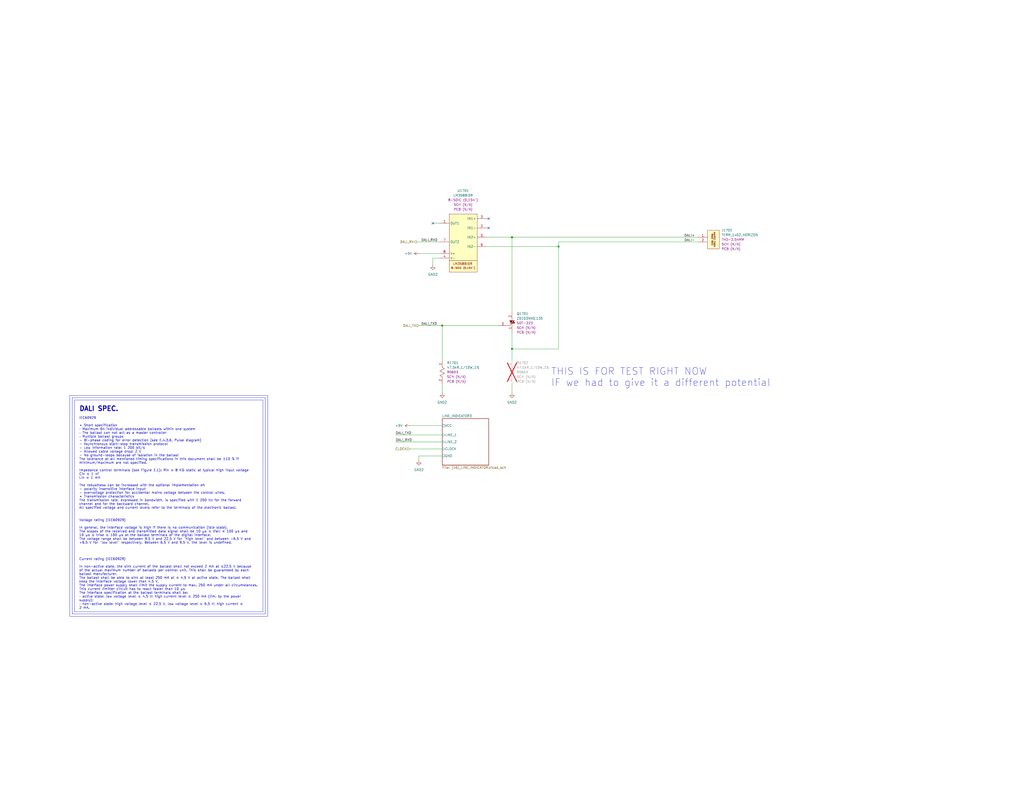
<source format=kicad_sch>
(kicad_sch (version 20231120) (generator "eeschema") (generator_version "8.0")
  (paper "C")
  (title_block (comment 2 "RELEASED"))
  (lib_symbols
    (symbol "_SCHLIB_ESP32-IsoLink:CONN_TERM BLK_1x2_150V_6A_HORIZON_THD-2.54MM" (exclude_from_sim yes)
      (property "Reference" "J" (at 2.794 3.81 0))
      (property "Value" "TERM_1x02_HORIZON" (at 2.794 6.096 0))
      (property "Package" "THD-2.54MM" (at 2.794 11.43 0))
      (property "SCH CHECK" "SCH (N/A)" (at 2.794 16.256 0))
      (property "PCB CHECk" "PCB (N/A)" (at 2.794 19.05 0))
      (symbol "CONN_TERM BLK_1x2_150V_6A_HORIZON_THD-2.54MM_0_1"
        (polyline private (pts (xy 2.54 2.54) (xy 27.94 2.54)))
        (polyline private (pts (xy 2.54 5.08) (xy 27.94 5.08)))
        (polyline private (pts (xy 2.54 7.62) (xy 27.94 7.62)))
        (polyline private (pts (xy 2.54 10.16) (xy 27.94 10.16)))
        (polyline private (pts (xy 2.54 12.7) (xy 27.94 12.7)))
        (polyline private (pts (xy 2.54 15.24) (xy 27.94 15.24)))
        (polyline private (pts (xy 2.54 17.78) (xy 27.94 17.78)))
        (polyline private (pts (xy 2.54 20.32) (xy 27.94 20.32)))
        (polyline private (pts (xy 2.54 22.86) (xy 27.94 22.86)))
        (polyline private (pts (xy 2.54 25.4) (xy 27.94 25.4)))
        (polyline private (pts (xy 2.54 27.94) (xy 27.94 27.94)))
        (polyline private (pts (xy 2.54 30.48) (xy 27.94 30.48)))
        (polyline private (pts (xy 2.54 33.02) (xy 27.94 33.02)))
        (polyline private (pts (xy 2.54 35.56) (xy 27.94 35.56)))
        (polyline private (pts (xy 2.54 38.1) (xy 27.94 38.1)))
        (polyline private (pts (xy 2.54 40.64) (xy 27.94 40.64)))
        (polyline private (pts (xy 2.54 43.18) (xy 27.94 43.18)))
        (polyline private (pts (xy 2.54 45.72) (xy 27.94 45.72)))
        (polyline private (pts (xy 2.54 48.26) (xy 27.94 48.26)))
        (polyline private (pts (xy 2.54 50.8) (xy 27.94 50.8)))
      )
      (symbol "CONN_TERM BLK_1x2_150V_6A_HORIZON_THD-2.54MM_1_1"
        (rectangle (start 0 0) (end 6.35 -10.16) (fill (type background)))
        (text "TERM 2POS\nHORIZ 2.54MM" (at 3.302 -5.08 900) (effects (font (size 0.762 0.762))))
        (pin passive line (at -5.08 -3.81 0) (length 5.08) (name "") (number "1"))
        (pin passive line (at -5.08 -6.35 0) (length 5.08) (name "") (number "2"))
      )
    )
    (symbol "_SCHLIB_ESP32-IsoLink:IC_OP-AMP_LM358BIDR_GP_2Circuit_8-SOIC (0.154{dblquote})" (exclude_from_sim yes)
      (property "Reference" "U" (at 2.794 3.81 0))
      (property "Value" "LM358BIDR" (at 2.794 6.096 0))
      (property "Package" "8-SOIC (0.154\")" (at 2.794 11.43 0))
      (property "SCH CHECK" "SCH (N/A)" (at 2.794 16.256 0))
      (property "PCB CHECk" "PCB (N/A)" (at 2.794 19.05 0))
      (symbol "IC_OP-AMP_LM358BIDR_GP_2Circuit_8-SOIC (0.154{dblquote})_0_1"
        (polyline private (pts (xy 2.54 2.54) (xy 27.94 2.54)))
        (polyline private (pts (xy 2.54 5.08) (xy 27.94 5.08)))
        (polyline private (pts (xy 2.54 7.62) (xy 27.94 7.62)))
        (polyline private (pts (xy 2.54 10.16) (xy 27.94 10.16)))
        (polyline private (pts (xy 2.54 12.7) (xy 27.94 12.7)))
        (polyline private (pts (xy 2.54 15.24) (xy 27.94 15.24)))
        (polyline private (pts (xy 2.54 17.78) (xy 27.94 17.78)))
        (polyline private (pts (xy 2.54 20.32) (xy 27.94 20.32)))
        (polyline private (pts (xy 2.54 22.86) (xy 27.94 22.86)))
        (polyline private (pts (xy 2.54 25.4) (xy 27.94 25.4)))
        (polyline private (pts (xy 2.54 27.94) (xy 27.94 27.94)))
        (polyline private (pts (xy 2.54 30.48) (xy 27.94 30.48)))
        (polyline private (pts (xy 2.54 33.02) (xy 27.94 33.02)))
        (polyline private (pts (xy 2.54 35.56) (xy 27.94 35.56)))
        (polyline private (pts (xy 2.54 38.1) (xy 27.94 38.1)))
        (polyline private (pts (xy 2.54 40.64) (xy 27.94 40.64)))
        (polyline private (pts (xy 2.54 43.18) (xy 27.94 43.18)))
        (polyline private (pts (xy 2.54 45.72) (xy 27.94 45.72)))
        (polyline private (pts (xy 2.54 48.26) (xy 27.94 48.26)))
        (polyline private (pts (xy 2.54 50.8) (xy 27.94 50.8)))
      )
      (symbol "IC_OP-AMP_LM358BIDR_GP_2Circuit_8-SOIC (0.154{dblquote})_1_1"
        (polyline (pts (xy 0 -25.4) (xy 15.24 -25.4)))
        (rectangle (start 0 0) (end 15.24 -31.75) (fill (type background)))
        (text "8-SOIC (0.154\")" (at 7.62 -29.464 0) (effects (font (size 1.016 1.016))))
        (text "LM358BIDR" (at 7.366 -27.178 0) (effects (font (size 1.27 1.27))))
        (pin passive line (at -5.08 -5.08 0) (length 5.08) (name "OUT1") (number "1"))
        (pin passive line (at 20.32 -7.62 180) (length 5.08) (name "IN1-") (number "2"))
        (pin passive line (at 20.32 -2.54 180) (length 5.08) (name "IN1+") (number "3"))
        (pin passive line (at -5.08 -24.13 0) (length 5.08) (name "V-") (number "4"))
        (pin passive line (at 20.32 -12.7 180) (length 5.08) (name "IN2+") (number "5"))
        (pin passive line (at 20.32 -17.78 180) (length 5.08) (name "IN2-") (number "6"))
        (pin passive line (at -5.08 -15.24 0) (length 5.08) (name "OUT2") (number "7"))
        (pin passive line (at -5.08 -21.59 0) (length 5.08) (name "V+") (number "8"))
      )
    )
    (symbol "_SCHLIB_ESP32-IsoLink:Q_TRIAC_Z0103NN0,135_800V_1A_SOT-223" (exclude_from_sim yes)
      (property "Reference" "Q" (at 2.794 3.81 0))
      (property "Value" "Z0103NN0,135" (at 2.794 6.096 0))
      (property "Package" "SOT-223" (at 2.794 11.43 0))
      (property "SCH CHECK" "SCH (N/A)" (at 2.794 16.256 0))
      (property "PCB CHECk" "PCB (N/A)" (at 2.794 19.05 0))
      (symbol "Q_TRIAC_Z0103NN0,135_800V_1A_SOT-223_0_1"
        (polyline private (pts (xy 2.54 2.54) (xy 27.94 2.54)))
        (polyline private (pts (xy 2.54 5.08) (xy 27.94 5.08)))
        (polyline private (pts (xy 2.54 7.62) (xy 27.94 7.62)))
        (polyline private (pts (xy 2.54 10.16) (xy 27.94 10.16)))
        (polyline private (pts (xy 2.54 12.7) (xy 27.94 12.7)))
        (polyline private (pts (xy 2.54 15.24) (xy 27.94 15.24)))
        (polyline private (pts (xy 2.54 17.78) (xy 27.94 17.78)))
        (polyline private (pts (xy 2.54 20.32) (xy 27.94 20.32)))
        (polyline private (pts (xy 2.54 22.86) (xy 27.94 22.86)))
        (polyline private (pts (xy 2.54 25.4) (xy 27.94 25.4)))
        (polyline private (pts (xy 2.54 27.94) (xy 27.94 27.94)))
        (polyline private (pts (xy 2.54 30.48) (xy 27.94 30.48)))
        (polyline private (pts (xy 2.54 33.02) (xy 27.94 33.02)))
        (polyline private (pts (xy 2.54 35.56) (xy 27.94 35.56)))
        (polyline private (pts (xy 2.54 38.1) (xy 27.94 38.1)))
        (polyline private (pts (xy 2.54 40.64) (xy 27.94 40.64)))
        (polyline private (pts (xy 2.54 43.18) (xy 27.94 43.18)))
        (polyline private (pts (xy 2.54 45.72) (xy 27.94 45.72)))
        (polyline private (pts (xy 2.54 48.26) (xy 27.94 48.26)))
        (polyline private (pts (xy 2.54 50.8) (xy 27.94 50.8)))
        (polyline (pts (xy 5.08 -7.62) (xy 6.35 -7.62) (xy 7.62 -6.35)))
      )
      (symbol "Q_TRIAC_Z0103NN0,135_800V_1A_SOT-223_1_1"
        (polyline (pts (xy 7.62 -4.826) (xy 9.144 -4.826)))
        (polyline (pts (xy 7.874 -6.35) (xy 6.35 -6.35)))
        (polyline (pts (xy 7.62 -6.35) (xy 9.144 -6.35) (xy 8.382 -4.826) (xy 7.62 -6.35)) (fill (type outline)))
        (polyline (pts (xy 7.874 -4.826) (xy 6.35 -4.826) (xy 7.112 -6.35) (xy 7.874 -4.826)) (fill (type outline)))
        (pin passive line (at 7.62 -11.43 90) (length 5.08) (name "") (number "1"))
        (pin passive line (at 7.62 0 270) (length 5.08) (name "") (number "2"))
        (pin passive line (at 0 -7.62 0) (length 5.08) (name "") (number "3"))
      )
    )
    (symbol "_SCHLIB_ESP32-IsoLink:RES_47.5kR_1/10W_1%_R0603" (exclude_from_sim yes)
      (property "Reference" "R" (at 2.794 3.81 0))
      (property "Value" "47.5kR_1/10W_1%" (at 2.794 6.096 0))
      (property "Package" "R0603" (at 2.794 11.43 0))
      (property "SCH CHECK" "SCH (N/A)" (at 2.794 16.256 0))
      (property "PCB CHECk" "PCB (N/A)" (at 2.794 19.05 0))
      (symbol "RES_47.5kR_1/10W_1%_R0603_0_1"
        (polyline private (pts (xy 2.54 2.54) (xy 27.94 2.54)))
        (polyline private (pts (xy 2.54 5.08) (xy 27.94 5.08)))
        (polyline private (pts (xy 2.54 7.62) (xy 27.94 7.62)))
        (polyline private (pts (xy 2.54 10.16) (xy 27.94 10.16)))
        (polyline private (pts (xy 2.54 12.7) (xy 27.94 12.7)))
        (polyline private (pts (xy 2.54 15.24) (xy 27.94 15.24)))
        (polyline private (pts (xy 2.54 17.78) (xy 27.94 17.78)))
        (polyline private (pts (xy 2.54 20.32) (xy 27.94 20.32)))
        (polyline private (pts (xy 2.54 22.86) (xy 27.94 22.86)))
        (polyline private (pts (xy 2.54 25.4) (xy 27.94 25.4)))
        (polyline private (pts (xy 2.54 27.94) (xy 27.94 27.94)))
        (polyline private (pts (xy 2.54 30.48) (xy 27.94 30.48)))
        (polyline private (pts (xy 2.54 33.02) (xy 27.94 33.02)))
        (polyline private (pts (xy 2.54 35.56) (xy 27.94 35.56)))
        (polyline private (pts (xy 2.54 38.1) (xy 27.94 38.1)))
        (polyline private (pts (xy 2.54 40.64) (xy 27.94 40.64)))
        (polyline private (pts (xy 2.54 43.18) (xy 27.94 43.18)))
        (polyline private (pts (xy 2.54 45.72) (xy 27.94 45.72)))
        (polyline private (pts (xy 2.54 48.26) (xy 27.94 48.26)))
        (polyline private (pts (xy 2.54 50.8) (xy 27.94 50.8)))
        (polyline (pts (xy 3.81 0) (xy 4.445 1.27) (xy 5.715 -1.27) (xy 6.985 1.27) (xy 8.255 -1.27) (xy 8.89 0)))
      )
      (symbol "RES_47.5kR_1/10W_1%_R0603_1_1"
        (pin passive line (at 0 0 0) (length 3.81) (name "") (number "1"))
        (pin passive line (at 12.7 0 180) (length 3.81) (name "") (number "2"))
      )
    )
    (symbol "power:+5V" (power) (pin_numbers hide) (pin_names (offset 0) hide)
      (property "Value" "+5V" (at 0 3.556 0))
      (symbol "+5V_0_1"
        (polyline (pts (xy -0.762 1.27) (xy 0 2.54)))
        (polyline (pts (xy 0 0) (xy 0 2.54)))
        (polyline (pts (xy 0 2.54) (xy 0.762 1.27)))
      )
      (symbol "+5V_1_1"
        (pin power_in line (at 0 0 90) (length 0) (name "~") (number "1"))
      )
    )
    (symbol "power:GND2" (power) (pin_numbers hide) (pin_names (offset 0) hide)
      (property "Value" "GND2" (at 0 -3.81 0))
      (symbol "GND2_0_1"
        (polyline (pts (xy 0 0) (xy 0 -1.27) (xy 1.27 -1.27) (xy 0 -2.54) (xy -1.27 -1.27) (xy 0 -1.27)))
      )
      (symbol "GND2_1_1"
        (pin power_in line (at 0 0 270) (length 0) (name "~") (number "1"))
      )
    )
  )
  (junction (at 241.3 177.8))
  (junction (at 304.8 134.62))
  (junction (at 279.4 129.54))
  (junction (at 279.4 190.5))
  (no_connect (at 266.7 119.38))
  (no_connect (at 236.22 121.92))
  (no_connect (at 266.7 124.46))
  (polyline (pts (xy 144.78 335.28) (xy 144.78 217.17)))
  (wire (pts (xy 241.3 177.8) (xy 271.78 177.8)))
  (polyline (pts (xy 40.64 218.44) (xy 143.51 218.44)))
  (wire (pts (xy 279.4 209.55) (xy 279.4 214.63)))
  (polyline (pts (xy 38.1 336.55) (xy 146.05 336.55)))
  (wire (pts (xy 265.43 134.62) (xy 304.8 134.62)))
  (wire (pts (xy 304.8 134.62) (xy 304.8 190.5)))
  (wire (pts (xy 228.6 177.8) (xy 241.3 177.8)))
  (wire (pts (xy 279.4 190.5) (xy 279.4 196.85)))
  (polyline (pts (xy 39.37 217.17) (xy 144.78 217.17)))
  (wire (pts (xy 304.8 132.08) (xy 304.8 134.62)))
  (wire (pts (xy 279.4 190.5) (xy 304.8 190.5)))
  (wire (pts (xy 215.9 237.49) (xy 241.3 237.49)))
  (polyline (pts (xy 143.51 218.44) (xy 143.51 334.01)))
  (wire (pts (xy 228.6 138.43) (xy 240.03 138.43)))
  (wire (pts (xy 266.7 119.38) (xy 265.43 119.38)))
  (wire (pts (xy 279.4 129.54) (xy 279.4 170.18)))
  (wire (pts (xy 227.33 132.08) (xy 240.03 132.08)))
  (wire (pts (xy 223.52 245.11) (xy 241.3 245.11)))
  (wire (pts (xy 241.3 177.8) (xy 241.3 196.85)))
  (polyline (pts (xy 40.64 218.44) (xy 40.64 334.01)))
  (wire (pts (xy 223.52 232.41) (xy 241.3 232.41)))
  (wire (pts (xy 236.22 140.97) (xy 240.03 140.97)))
  (polyline (pts (xy 39.37 217.17) (xy 39.37 335.28)))
  (polyline (pts (xy 38.1 215.9) (xy 146.05 215.9)))
  (wire (pts (xy 279.4 181.61) (xy 279.4 190.5)))
  (polyline (pts (xy 38.1 215.9) (xy 38.1 336.55)))
  (wire (pts (xy 279.4 129.54) (xy 381 129.54)))
  (wire (pts (xy 241.3 214.63) (xy 241.3 209.55)))
  (wire (pts (xy 236.22 144.78) (xy 236.22 140.97)))
  (wire (pts (xy 266.7 124.46) (xy 265.43 124.46)))
  (polyline (pts (xy 143.51 334.01) (xy 40.64 334.01)))
  (wire (pts (xy 215.9 241.3) (xy 241.3 241.3)))
  (wire (pts (xy 265.43 129.54) (xy 279.4 129.54)))
  (wire (pts (xy 228.6 251.46) (xy 228.6 248.92)))
  (polyline (pts (xy 39.37 335.28) (xy 144.78 335.28)))
  (wire (pts (xy 304.8 132.08) (xy 381 132.08)))
  (wire (pts (xy 236.22 121.92) (xy 240.03 121.92)))
  (wire (pts (xy 228.6 248.92) (xy 241.3 248.92)))
  (polyline (pts (xy 146.05 336.55) (xy 146.05 215.9)))
  (text "THIS IS FOR TEST RIGHT NOW\nIF we had to give it a different potential" (at 300.736 205.994 0) (effects (font (size 3.81 3.81)) (justify left)))
  (text "Voltage rating (IEC60929)\n\nIn general, the interface voltage is high if there is no communication (idle state).\nThe slopes of the received and transmitted data signal shall be 10 μs ≤ tfall ≤ 100 μs and\n10 μs ≤ trise ≤ 100 μs at the ballast terminals of the digital interface.\nThe voltage range shall be between 9,5 V and 22,5 V for \"high level\" and between -6,5 V and\n+6,5 V for \"low level\" respectively. Between 6,5 V and 9,5 V, the level is undefined.\n" (at 43.18 297.18 0) (effects (font (size 1.27 1.27)) (justify left bottom)))
  (text "Current rating (IEC60929)\n\nIn non-active state, the sink current of the ballast shall not exceed 2 mA at ≤22,5 V because\nof the actual maximum number of ballasts per control unit. This shall be guaranteed by each\nballast manufacturer.\nThe ballast shall be able to sink at least 250 mA at ≤ 4,5 V at active state. The ballast shall\nkeep the interface voltage lower than 4,5 V.\nThe interface power supply shall limit the supply current to max. 250 mA under all circumstances.\nThis current limitter circuit has to react faster than 10 μs\nThe interface specification at the ballast terminals shall be:\n– active state: low voltage level ≤ 4,5 V; high current level ≤ 250 mA (lim. by the power\nsupply);\n– non-active state: high voltage level ≤ 22,5 V, low voltage level ≤ 6,5 V; high current ≤\n2 mA." (at 43.18 332.74 0) (effects (font (size 1.27 1.27)) (justify left bottom)))
  (text "DALI SPEC." (at 43.18 224.79 0) (effects (font (size 2.54 2.54) (thickness 0.508) (bold yes)) (justify left bottom)))
  (text "IEC60929\n\n• Short specification\n– Maximum 64 individual addressable ballasts within one system\n– The ballast can not act as a master controller\n– Multiple ballast groups\n- Bi-phase coding for error detection (see E.4.3.6, Pulse diagram)\n- Asynchronous start-stop transmission protocol\n- Low information rate: 1 200 bit/s\n- Allowed cable voltage drop: 2 V\n- No ground-loops because of isolation in the ballast\nThe tolerance at all mentioned timing specifications in this document shall be ±10 % if\nminimum/maximum are not specified.\n\nImpedance control terminals (see Figure E.1): Rin ≥ 8 KΩ static at typical high input voltage\nCin ≤ 1 nF\nLin ≤ 1 mH\n\nThe robustness can be increased with the optional implementation of:\n- polarity insensitive interface input;\n- overvoltage protection for accidental mains voltage between the control wires.\n• Transmission characteristics\nThe transmission rate, expressed in bandwidth, is specified with 1 200 Hz for the forward\nchannel and for the backward channel.\nAll specified voltage and current levels refer to the terminals of the electronic ballast." (at 43.18 278.13 0) (effects (font (size 1.27 1.27)) (justify left bottom)))
  (label "DALI_TXD" (at 229.87 177.8 0))
  (label "DALI+" (at 373.38 129.54 0))
  (label "DALI_TXD" (at 215.9 237.49 0))
  (label "DALI-" (at 373.38 132.08 0))
  (label "DALI_RXD" (at 215.9 241.3 0))
  (label "DALI_RXD" (at 229.87 132.08 0))
  (hierarchical_label "DALI_RX" (shape output) (at 227.33 132.08 180))
  (hierarchical_label "CLOCK" (shape input) (at 223.52 245.11 180))
  (hierarchical_label "DALI_TX" (shape input) (at 228.6 177.8 180))
  (symbol (lib_id "power:GND2") (at 236.22 144.78 0) (unit 1)
    (property "Reference" "#PWR01704" (effects (hide yes)))
    (property "Value" "GND2" (at 236.22 149.86 0))
    (property "Description" "Power symbol creates a global label with name \"GND2\" , ground" (effects (hide yes)))
  )
  (symbol (lib_id "_SCHLIB_ESP32-IsoLink:RES_47.5kR_1/10W_1%_R0603") (at 241.3 196.85 270) (unit 1) (exclude_from_sim yes)
    (property "Reference" "R1701" (at 243.84 198.1199 90) (effects (justify left)))
    (property "Value" "47.5kR_1/10W_1%" (at 243.84 200.6599 90) (effects (justify left)))
    (property "Footprint" "_PCBLIB_ESP32-IsoLink:R_0603_1608Metric" (effects (hide yes)))
    (property "Datasheet" "https://www.seielect.com/catalog/sei-rmcf_rmcp.pdf" (effects (hide yes)))
    (property "Description" "47.5 kOhms ±1% 0.1W, 1/10W Chip Resistor 0603 (1608 Metric) Automotive AEC-Q200 Thick Film" (effects (hide yes)))
    (property "Package" "R0603" (at 243.84 203.1999 90) (effects (justify left)))
    (property "Manufacturer 1" "Stackpole Electronics Inc" (effects (hide yes)))
    (property "MPN 1" "RMCF0603FT47K5" (effects (hide yes)))
    (property "Vendor 1 Part# - TR" "RMCF0603FT47K5TR-ND" (effects (hide yes)))
    (property "Vendor 1 Part# - CT" "RMCF0603FT47K5CT-ND" (effects (hide yes)))
    (property "Vendor 1" "Digikey" (effects (hide yes)))
    (property "Purchase Link 1" "https://www.digikey.ca/en/products/detail/stackpole-electronics-inc/RMCF0603FT47K5/1761143" (effects (hide yes)))
    (property "Manufacturer 2" "YAGEO" (effects (hide yes)))
    (property "MPN 2" "RC0603FR-0747K5L" (effects (hide yes)))
    (property "Vendor 2 Part# - TR" "C137715" (effects (hide yes)))
    (property "Vendor 2 Part# - CT" "C137715" (effects (hide yes)))
    (property "Vendor 2" "LCSC Electronics" (effects (hide yes)))
    (property "Purchase Link 2" "https://www.lcsc.com/product-detail/Chip-Resistor-Surface-Mount_YAGEO-RC0603FR-0747K5L_C137715.html" (effects (hide yes)))
    (property "SCH CHECK" "SCH (N/A)" (at 243.84 205.7399 90) (effects (justify left)))
    (property "PCB CHECk" "PCB (N/A)" (at 243.84 208.2799 90) (effects (justify left)))
  )
  (symbol (lib_id "_SCHLIB_ESP32-IsoLink:CONN_TERM BLK_1x2_150V_6A_HORIZON_THD-2.54MM") (at 386.08 125.73 0) (unit 1) (exclude_from_sim yes)
    (property "Reference" "J1701" (at 393.7 125.7299 0) (effects (justify left)))
    (property "Value" "TERM_1x02_HORIZON" (at 393.7 128.2699 0) (effects (justify left)))
    (property "Footprint" "_PCBLIB_ESP32-IsoLink:TerminalBlock-2.54-2P_1x02_P2.54mm_Horizontal" (effects (hide yes)))
    (property "Datasheet" "https://www.we-online.com/katalog/datasheet/6912109100xx.pdf" (effects (hide yes)))
    (property "Description" "2 Position Wire to Board Terminal Block Horizontal with Board 0.100\" (2.54mm) Through Hole" (effects (hide yes)))
    (property "Package" "THD-2.54MM" (at 393.7 130.8099 0) (effects (justify left)))
    (property "Manufacturer 1" "Würth Elektronik" (effects (hide yes)))
    (property "MPN 1" "691210910002" (effects (hide yes)))
    (property "Vendor 1 Part# - TR" "732-691210910002-ND" (effects (hide yes)))
    (property "Vendor 1 Part# - CT" "732-691210910002-ND" (effects (hide yes)))
    (property "Vendor 1" "Digikey" (effects (hide yes)))
    (property "Purchase Link 1" "https://www.digikey.ca/en/products/detail/w%C3%BCrth-elektronik/691210910002/10668428" (effects (hide yes)))
    (property "Manufacturer 2" "MAX" (effects (hide yes)))
    (property "MPN 2" "MX128-2.54-02P-GN01-Cu-Y-A" (effects (hide yes)))
    (property "Vendor 2 Part# - TR" "C5188442" (effects (hide yes)))
    (property "Vendor 2 Part# - CT" "C5188442" (effects (hide yes)))
    (property "Vendor 2" "LCSC Electronics" (effects (hide yes)))
    (property "Purchase Link 2" "https://www.lcsc.com/product-detail/Screw-Terminal-Blocks_MAX-MX128-2-54-02P-GN01-Cu-Y-A_C5188442.html?s_z=n_2.54mm" (effects (hide yes)))
    (property "SCH CHECK" "SCH (N/A)" (at 393.7 133.3499 0) (effects (justify left)))
    (property "PCB CHECk" "PCB (N/A)" (at 393.7 135.8899 0) (effects (justify left)))
  )
  (symbol (lib_id "power:+5V") (at 228.6 138.43 90) (unit 1)
    (property "Reference" "#PWR01702" (effects (hide yes)))
    (property "Value" "+5V" (at 224.79 138.4299 90) (effects (justify left)))
    (property "Description" "Power symbol creates a global label with name \"+5V\"" (effects (hide yes)))
  )
  (symbol (lib_id "power:GND2") (at 279.4 214.63 0) (unit 1)
    (property "Reference" "#PWR01706" (effects (hide yes)))
    (property "Value" "GND2" (at 279.4 219.71 0))
    (property "Description" "Power symbol creates a global label with name \"GND2\" , ground" (effects (hide yes)))
  )
  (symbol (lib_id "_SCHLIB_ESP32-IsoLink:Q_TRIAC_Z0103NN0,135_800V_1A_SOT-223") (at 271.78 170.18 0) (unit 1) (exclude_from_sim yes)
    (property "Reference" "Q1701" (at 281.94 171.3229 0) (effects (justify left)))
    (property "Value" "Z0103NN0,135" (at 281.94 173.8629 0) (effects (justify left)))
    (property "Footprint" "_PCBLIB_ESP32-IsoLink:SOT-223" (effects (hide yes)))
    (property "Datasheet" "https://www.ween-semi.com/sites/default/files/2018-10/z0103nn0.pdf" (effects (hide yes)))
    (property "Description" "TRIAC Logic - Sensitive Gate 800 V 1 A Surface Mount SC-73" (effects (hide yes)))
    (property "Package" "SOT-223" (at 281.94 176.4029 0) (effects (justify left)))
    (property "Manufacturer 1" "WeEn Semiconductors" (effects (hide yes)))
    (property "MPN 1" "Z0103NN0,135" (effects (hide yes)))
    (property "Vendor 1 Part# - TR" "1740-1208-2-ND" (effects (hide yes)))
    (property "Vendor 1 Part# - CT" "1740-1208-1-ND" (effects (hide yes)))
    (property "Vendor 1" "Digikey" (effects (hide yes)))
    (property "Purchase Link 1" "https://www.digikey.ca/en/products/detail/ween-semiconductors/Z0103NN0-135/2780434" (effects (hide yes)))
    (property "Manufacturer 2" "WeEn Semiconductors" (effects (hide yes)))
    (property "MPN 2" "Z0103NN0,135" (effects (hide yes)))
    (property "Vendor 2 Part# - TR" "C256403" (effects (hide yes)))
    (property "Vendor 2 Part# - CT" "C256403" (effects (hide yes)))
    (property "Vendor 2" "LCSC Electronics" (effects (hide yes)))
    (property "Purchase Link 2" "https://www.lcsc.com/product-detail/Thyristors-SCR-Modules_WeEn-Semiconductors-Z0103NN0-135_C256403.html?s_z=n_Z0103NN0,135" (effects (hide yes)))
    (property "SCH CHECK" "SCH (N/A)" (at 281.94 178.9429 0) (effects (justify left)))
    (property "PCB CHECk" "PCB (N/A)" (at 281.94 181.4829 0) (effects (justify left)))
  )
  (symbol (lib_id "power:GND2") (at 241.3 214.63 0) (unit 1)
    (property "Reference" "#PWR01705" (effects (hide yes)))
    (property "Value" "GND2" (at 241.3 219.71 0))
    (property "Description" "Power symbol creates a global label with name \"GND2\" , ground" (effects (hide yes)))
  )
  (symbol (lib_id "_SCHLIB_ESP32-IsoLink:IC_OP-AMP_LM358BIDR_GP_2Circuit_8-SOIC (0.154{dblquote})") (at 245.11 116.84 0) (unit 1) (exclude_from_sim yes)
    (property "Reference" "U1701" (at 252.73 104.14 0))
    (property "Value" "LM358BIDR" (at 252.73 106.68 0))
    (property "Footprint" "_PCBLIB_ESP32-IsoLink:SOIC-8_3.9x4.9mm_P1.27mm" (effects (hide yes)))
    (property "Datasheet" "https://www.ti.com/general/docs/suppproductinfo.tsp?distId=10&gotoUrl=https%3A%2F%2Fwww.ti.com%2Flit%2Fgpn%2Flm358" (effects (hide yes)))
    (property "Description" "General Purpose Amplifier 2 Circuit 8-SOIC" (effects (hide yes)))
    (property "Package" "8-SOIC (0.154\")" (at 252.73 109.22 0))
    (property "Manufacturer 1" "Texas Instruments" (effects (hide yes)))
    (property "MPN 1" "LM358BIDR" (effects (hide yes)))
    (property "Vendor 1 Part# - TR" "296-LM358BIDRTR-ND" (effects (hide yes)))
    (property "Vendor 1 Part# - CT" "296-LM358BIDRCT-ND" (effects (hide yes)))
    (property "Vendor 1" "Digikey" (effects (hide yes)))
    (property "Purchase Link 1" "https://www.digikey.ca/en/products/detail/texas-instruments/LM358BIDR/10715421" (effects (hide yes)))
    (property "Manufacturer 2" "Texas Instruments" (effects (hide yes)))
    (property "MPN 2" "LM358BIDR" (effects (hide yes)))
    (property "Vendor 2 Part# - TR" "C1850238" (effects (hide yes)))
    (property "Vendor 2 Part# - CT" "C1850238" (effects (hide yes)))
    (property "Vendor 2" "LCSC Electronics" (effects (hide yes)))
    (property "Purchase Link 2" "https://www.lcsc.com/product-detail/Operational-Amplifier_Texas-Instruments-LM358BIDR_C1850238.html?s_z=n_LM358BIDR" (effects (hide yes)))
    (property "SCH CHECK" "SCH (N/A)" (at 252.73 111.76 0))
    (property "PCB CHECk" "PCB (N/A)" (at 252.73 114.3 0))
  )
  (symbol (lib_id "power:+5V") (at 223.52 232.41 90) (unit 1)
    (property "Reference" "#PWR01701" (effects (hide yes)))
    (property "Value" "+5V" (at 219.71 232.4099 90) (effects (justify left)))
    (property "Description" "Power symbol creates a global label with name \"+5V\"" (effects (hide yes)))
  )
  (symbol (lib_id "_SCHLIB_ESP32-IsoLink:RES_47.5kR_1/10W_1%_R0603") (at 279.4 196.85 270) (unit 1) (exclude_from_sim yes) (dnp yes)
    (property "Reference" "R1702" (at 281.94 198.1199 90) (effects (justify left)))
    (property "Value" "47.5kR_1/10W_1%" (at 281.94 200.6599 90) (effects (justify left)))
    (property "Footprint" "_PCBLIB_ESP32-IsoLink:R_0603_1608Metric" (effects (hide yes)))
    (property "Datasheet" "https://www.seielect.com/catalog/sei-rmcf_rmcp.pdf" (effects (hide yes)))
    (property "Description" "47.5 kOhms ±1% 0.1W, 1/10W Chip Resistor 0603 (1608 Metric) Automotive AEC-Q200 Thick Film" (effects (hide yes)))
    (property "Package" "R0603" (at 281.94 203.1999 90) (effects (justify left)))
    (property "Manufacturer 1" "Stackpole Electronics Inc" (effects (hide yes)))
    (property "MPN 1" "RMCF0603FT47K5" (effects (hide yes)))
    (property "Vendor 1 Part# - TR" "RMCF0603FT47K5TR-ND" (effects (hide yes)))
    (property "Vendor 1 Part# - CT" "RMCF0603FT47K5CT-ND" (effects (hide yes)))
    (property "Vendor 1" "Digikey" (effects (hide yes)))
    (property "Purchase Link 1" "https://www.digikey.ca/en/products/detail/stackpole-electronics-inc/RMCF0603FT47K5/1761143" (effects (hide yes)))
    (property "Manufacturer 2" "YAGEO" (effects (hide yes)))
    (property "MPN 2" "RC0603FR-0747K5L" (effects (hide yes)))
    (property "Vendor 2 Part# - TR" "C137715" (effects (hide yes)))
    (property "Vendor 2 Part# - CT" "C137715" (effects (hide yes)))
    (property "Vendor 2" "LCSC Electronics" (effects (hide yes)))
    (property "Purchase Link 2" "https://www.lcsc.com/product-detail/Chip-Resistor-Surface-Mount_YAGEO-RC0603FR-0747K5L_C137715.html" (effects (hide yes)))
    (property "SCH CHECK" "SCH (N/A)" (at 281.94 205.7399 90) (effects (justify left)))
    (property "PCB CHECk" "PCB (N/A)" (at 281.94 208.2799 90) (effects (justify left)))
  )
  (symbol (lib_id "power:GND2") (at 228.6 251.46 0) (unit 1)
    (property "Reference" "#PWR01703" (effects (hide yes)))
    (property "Value" "GND2" (at 228.6 256.54 0))
    (property "Description" "Power symbol creates a global label with name \"GND2\" , ground" (effects (hide yes)))
  )
  (sheet (at 241.3 228.6) (size 25.4 25.4) (stroke (width 0.1524))
    (property "Sheetname" "LINE_INDICATOR3" (at 241.3 227.8884 0) (effects (justify left bottom)))
    (property "Sheetfile" "[16]_LINE_INDICATOR.kicad_sch" (at 241.3 254.5846 0) (effects (justify left top)))
    (pin "LINE_2" input (at 241.3 241.3 180))
    (pin "GND" passive (at 241.3 248.92 180))
    (pin "VCC" passive (at 241.3 232.41 180))
    (pin "LINE_1" input (at 241.3 237.49 180))
    (pin "CLOCK" input (at 241.3 245.11 180))
  )
)
</source>
